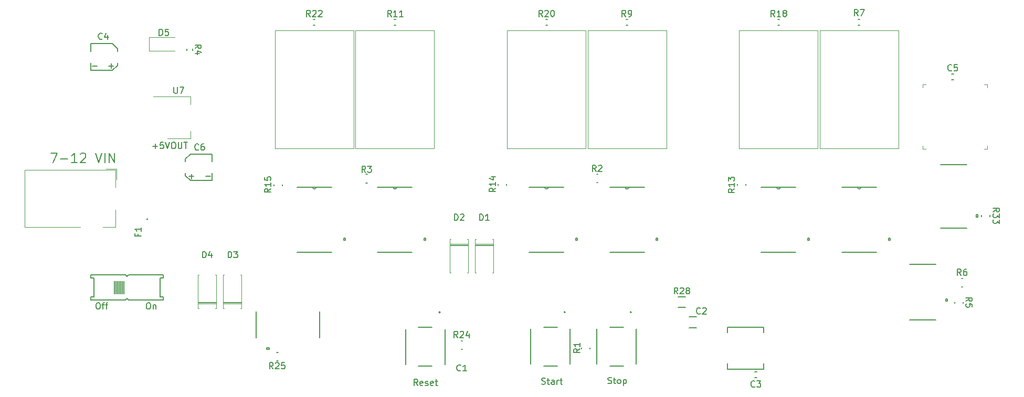
<source format=gbr>
G04 #@! TF.GenerationSoftware,KiCad,Pcbnew,(5.1.4)-1*
G04 #@! TF.CreationDate,2020-03-27T00:44:48-04:00*
G04 #@! TF.ProjectId,counter,636f756e-7465-4722-9e6b-696361645f70,v02*
G04 #@! TF.SameCoordinates,Original*
G04 #@! TF.FileFunction,Legend,Top*
G04 #@! TF.FilePolarity,Positive*
%FSLAX46Y46*%
G04 Gerber Fmt 4.6, Leading zero omitted, Abs format (unit mm)*
G04 Created by KiCad (PCBNEW (5.1.4)-1) date 2020-03-27 00:44:48*
%MOMM*%
%LPD*%
G04 APERTURE LIST*
%ADD10C,0.150000*%
%ADD11C,0.152400*%
%ADD12C,0.127000*%
%ADD13C,0.120000*%
%ADD14C,0.100000*%
%ADD15C,0.200000*%
G04 APERTURE END LIST*
D10*
X141373409Y-132433961D02*
X141516266Y-132481580D01*
X141754361Y-132481580D01*
X141849600Y-132433961D01*
X141897219Y-132386342D01*
X141944838Y-132291104D01*
X141944838Y-132195866D01*
X141897219Y-132100628D01*
X141849600Y-132053009D01*
X141754361Y-132005390D01*
X141563885Y-131957771D01*
X141468647Y-131910152D01*
X141421028Y-131862533D01*
X141373409Y-131767295D01*
X141373409Y-131672057D01*
X141421028Y-131576819D01*
X141468647Y-131529200D01*
X141563885Y-131481580D01*
X141801980Y-131481580D01*
X141944838Y-131529200D01*
X142230552Y-131814914D02*
X142611504Y-131814914D01*
X142373409Y-131481580D02*
X142373409Y-132338723D01*
X142421028Y-132433961D01*
X142516266Y-132481580D01*
X142611504Y-132481580D01*
X143087695Y-132481580D02*
X142992457Y-132433961D01*
X142944838Y-132386342D01*
X142897219Y-132291104D01*
X142897219Y-132005390D01*
X142944838Y-131910152D01*
X142992457Y-131862533D01*
X143087695Y-131814914D01*
X143230552Y-131814914D01*
X143325790Y-131862533D01*
X143373409Y-131910152D01*
X143421028Y-132005390D01*
X143421028Y-132291104D01*
X143373409Y-132386342D01*
X143325790Y-132433961D01*
X143230552Y-132481580D01*
X143087695Y-132481580D01*
X143849600Y-131814914D02*
X143849600Y-132814914D01*
X143849600Y-131862533D02*
X143944838Y-131814914D01*
X144135314Y-131814914D01*
X144230552Y-131862533D01*
X144278171Y-131910152D01*
X144325790Y-132005390D01*
X144325790Y-132291104D01*
X144278171Y-132386342D01*
X144230552Y-132433961D01*
X144135314Y-132481580D01*
X143944838Y-132481580D01*
X143849600Y-132433961D01*
X130664152Y-132535561D02*
X130807009Y-132583180D01*
X131045104Y-132583180D01*
X131140342Y-132535561D01*
X131187961Y-132487942D01*
X131235580Y-132392704D01*
X131235580Y-132297466D01*
X131187961Y-132202228D01*
X131140342Y-132154609D01*
X131045104Y-132106990D01*
X130854628Y-132059371D01*
X130759390Y-132011752D01*
X130711771Y-131964133D01*
X130664152Y-131868895D01*
X130664152Y-131773657D01*
X130711771Y-131678419D01*
X130759390Y-131630800D01*
X130854628Y-131583180D01*
X131092723Y-131583180D01*
X131235580Y-131630800D01*
X131521295Y-131916514D02*
X131902247Y-131916514D01*
X131664152Y-131583180D02*
X131664152Y-132440323D01*
X131711771Y-132535561D01*
X131807009Y-132583180D01*
X131902247Y-132583180D01*
X132664152Y-132583180D02*
X132664152Y-132059371D01*
X132616533Y-131964133D01*
X132521295Y-131916514D01*
X132330819Y-131916514D01*
X132235580Y-131964133D01*
X132664152Y-132535561D02*
X132568914Y-132583180D01*
X132330819Y-132583180D01*
X132235580Y-132535561D01*
X132187961Y-132440323D01*
X132187961Y-132345085D01*
X132235580Y-132249847D01*
X132330819Y-132202228D01*
X132568914Y-132202228D01*
X132664152Y-132154609D01*
X133140342Y-132583180D02*
X133140342Y-131916514D01*
X133140342Y-132106990D02*
X133187961Y-132011752D01*
X133235580Y-131964133D01*
X133330819Y-131916514D01*
X133426057Y-131916514D01*
X133616533Y-131916514D02*
X133997485Y-131916514D01*
X133759390Y-131583180D02*
X133759390Y-132440323D01*
X133807009Y-132535561D01*
X133902247Y-132583180D01*
X133997485Y-132583180D01*
X110674304Y-132786380D02*
X110340971Y-132310190D01*
X110102876Y-132786380D02*
X110102876Y-131786380D01*
X110483828Y-131786380D01*
X110579066Y-131834000D01*
X110626685Y-131881619D01*
X110674304Y-131976857D01*
X110674304Y-132119714D01*
X110626685Y-132214952D01*
X110579066Y-132262571D01*
X110483828Y-132310190D01*
X110102876Y-132310190D01*
X111483828Y-132738761D02*
X111388590Y-132786380D01*
X111198114Y-132786380D01*
X111102876Y-132738761D01*
X111055257Y-132643523D01*
X111055257Y-132262571D01*
X111102876Y-132167333D01*
X111198114Y-132119714D01*
X111388590Y-132119714D01*
X111483828Y-132167333D01*
X111531447Y-132262571D01*
X111531447Y-132357809D01*
X111055257Y-132453047D01*
X111912400Y-132738761D02*
X112007638Y-132786380D01*
X112198114Y-132786380D01*
X112293352Y-132738761D01*
X112340971Y-132643523D01*
X112340971Y-132595904D01*
X112293352Y-132500666D01*
X112198114Y-132453047D01*
X112055257Y-132453047D01*
X111960019Y-132405428D01*
X111912400Y-132310190D01*
X111912400Y-132262571D01*
X111960019Y-132167333D01*
X112055257Y-132119714D01*
X112198114Y-132119714D01*
X112293352Y-132167333D01*
X113150495Y-132738761D02*
X113055257Y-132786380D01*
X112864780Y-132786380D01*
X112769542Y-132738761D01*
X112721923Y-132643523D01*
X112721923Y-132262571D01*
X112769542Y-132167333D01*
X112864780Y-132119714D01*
X113055257Y-132119714D01*
X113150495Y-132167333D01*
X113198114Y-132262571D01*
X113198114Y-132357809D01*
X112721923Y-132453047D01*
X113483828Y-132119714D02*
X113864780Y-132119714D01*
X113626685Y-131786380D02*
X113626685Y-132643523D01*
X113674304Y-132738761D01*
X113769542Y-132786380D01*
X113864780Y-132786380D01*
X67948514Y-94153028D02*
X68710419Y-94153028D01*
X68329466Y-94533980D02*
X68329466Y-93772076D01*
X69662800Y-93533980D02*
X69186609Y-93533980D01*
X69138990Y-94010171D01*
X69186609Y-93962552D01*
X69281847Y-93914933D01*
X69519942Y-93914933D01*
X69615180Y-93962552D01*
X69662800Y-94010171D01*
X69710419Y-94105409D01*
X69710419Y-94343504D01*
X69662800Y-94438742D01*
X69615180Y-94486361D01*
X69519942Y-94533980D01*
X69281847Y-94533980D01*
X69186609Y-94486361D01*
X69138990Y-94438742D01*
X69996133Y-93533980D02*
X70329466Y-94533980D01*
X70662800Y-93533980D01*
X71186609Y-93533980D02*
X71377085Y-93533980D01*
X71472323Y-93581600D01*
X71567561Y-93676838D01*
X71615180Y-93867314D01*
X71615180Y-94200647D01*
X71567561Y-94391123D01*
X71472323Y-94486361D01*
X71377085Y-94533980D01*
X71186609Y-94533980D01*
X71091371Y-94486361D01*
X70996133Y-94391123D01*
X70948514Y-94200647D01*
X70948514Y-93867314D01*
X70996133Y-93676838D01*
X71091371Y-93581600D01*
X71186609Y-93533980D01*
X72043752Y-93533980D02*
X72043752Y-94343504D01*
X72091371Y-94438742D01*
X72138990Y-94486361D01*
X72234228Y-94533980D01*
X72424704Y-94533980D01*
X72519942Y-94486361D01*
X72567561Y-94438742D01*
X72615180Y-94343504D01*
X72615180Y-93533980D01*
X72948514Y-93533980D02*
X73519942Y-93533980D01*
X73234228Y-94533980D02*
X73234228Y-93533980D01*
X51491214Y-95266771D02*
X52491214Y-95266771D01*
X51848357Y-96766771D01*
X53062642Y-96195342D02*
X54205500Y-96195342D01*
X55705500Y-96766771D02*
X54848357Y-96766771D01*
X55276928Y-96766771D02*
X55276928Y-95266771D01*
X55134071Y-95481057D01*
X54991214Y-95623914D01*
X54848357Y-95695342D01*
X56276928Y-95409628D02*
X56348357Y-95338200D01*
X56491214Y-95266771D01*
X56848357Y-95266771D01*
X56991214Y-95338200D01*
X57062642Y-95409628D01*
X57134071Y-95552485D01*
X57134071Y-95695342D01*
X57062642Y-95909628D01*
X56205500Y-96766771D01*
X57134071Y-96766771D01*
X58705500Y-95266771D02*
X59205500Y-96766771D01*
X59705500Y-95266771D01*
X60205500Y-96766771D02*
X60205500Y-95266771D01*
X60919785Y-96766771D02*
X60919785Y-95266771D01*
X61776928Y-96766771D01*
X61776928Y-95266771D01*
X77215952Y-99013971D02*
X76454047Y-99013971D01*
X74548952Y-99013971D02*
X73787047Y-99013971D01*
X74168000Y-98633019D02*
X74168000Y-99394923D01*
X60833047Y-81199028D02*
X61594952Y-81199028D01*
X61214000Y-81579980D02*
X61214000Y-80818076D01*
X58166047Y-81199028D02*
X58927952Y-81199028D01*
X67143380Y-119441980D02*
X67333857Y-119441980D01*
X67429095Y-119489600D01*
X67524333Y-119584838D01*
X67571952Y-119775314D01*
X67571952Y-120108647D01*
X67524333Y-120299123D01*
X67429095Y-120394361D01*
X67333857Y-120441980D01*
X67143380Y-120441980D01*
X67048142Y-120394361D01*
X66952904Y-120299123D01*
X66905285Y-120108647D01*
X66905285Y-119775314D01*
X66952904Y-119584838D01*
X67048142Y-119489600D01*
X67143380Y-119441980D01*
X68000523Y-119775314D02*
X68000523Y-120441980D01*
X68000523Y-119870552D02*
X68048142Y-119822933D01*
X68143380Y-119775314D01*
X68286238Y-119775314D01*
X68381476Y-119822933D01*
X68429095Y-119918171D01*
X68429095Y-120441980D01*
X59023333Y-119441980D02*
X59213809Y-119441980D01*
X59309047Y-119489600D01*
X59404285Y-119584838D01*
X59451904Y-119775314D01*
X59451904Y-120108647D01*
X59404285Y-120299123D01*
X59309047Y-120394361D01*
X59213809Y-120441980D01*
X59023333Y-120441980D01*
X58928095Y-120394361D01*
X58832857Y-120299123D01*
X58785238Y-120108647D01*
X58785238Y-119775314D01*
X58832857Y-119584838D01*
X58928095Y-119489600D01*
X59023333Y-119441980D01*
X59737619Y-119775314D02*
X60118571Y-119775314D01*
X59880476Y-120441980D02*
X59880476Y-119584838D01*
X59928095Y-119489600D01*
X60023333Y-119441980D01*
X60118571Y-119441980D01*
X60309047Y-119775314D02*
X60690000Y-119775314D01*
X60451904Y-120441980D02*
X60451904Y-119584838D01*
X60499523Y-119489600D01*
X60594761Y-119441980D01*
X60690000Y-119441980D01*
D11*
X67132200Y-105930700D02*
G75*
G03X67132200Y-105930700I-76200J0D01*
G01*
D12*
X162261000Y-100430000D02*
X162261000Y-100230000D01*
X163621000Y-100430000D02*
X163621000Y-100230000D01*
X107120000Y-74648000D02*
X106880000Y-74648000D01*
X107120000Y-73688000D02*
X106880000Y-73688000D01*
D11*
X141648000Y-111245100D02*
X147236000Y-111245100D01*
X147236000Y-100754900D02*
X141648000Y-100754900D01*
X149407700Y-108984500D02*
X149407700Y-109365500D01*
X149407700Y-109365500D02*
X149153700Y-109365500D01*
X149153700Y-109365500D02*
X149153700Y-108984500D01*
X149153700Y-108984500D02*
X149407700Y-108984500D01*
X144137200Y-100754900D02*
G75*
G03X144746800Y-100754900I304800J0D01*
G01*
D13*
X113350000Y-75475000D02*
X113350000Y-94525000D01*
X100650000Y-75475000D02*
X100650000Y-94525000D01*
X100650000Y-94525000D02*
X113350000Y-94525000D01*
X113350000Y-75475000D02*
X100650000Y-75475000D01*
D12*
X87458000Y-100557000D02*
X87458000Y-100357000D01*
X88818000Y-100557000D02*
X88818000Y-100357000D01*
D11*
X190030100Y-122224800D02*
X194271900Y-122224800D01*
X194271900Y-113233200D02*
X190030100Y-113233200D01*
X196113400Y-118808500D02*
X196113400Y-119189500D01*
X196113400Y-119189500D02*
X195859400Y-119189500D01*
X195859400Y-119189500D02*
X195859400Y-118808500D01*
X195859400Y-118808500D02*
X196113400Y-118808500D01*
D12*
X154497000Y-121655000D02*
X155637000Y-121655000D01*
X154497000Y-123455000D02*
X155637000Y-123455000D01*
X165377000Y-130614000D02*
X165077000Y-130614000D01*
X165377000Y-131514000D02*
X165077000Y-131514000D01*
X62221000Y-78406000D02*
X61421000Y-77606000D01*
X62221000Y-78806000D02*
X62221000Y-78406000D01*
X57921000Y-77606000D02*
X61421000Y-77606000D01*
X57921000Y-78806000D02*
X57921000Y-77606000D01*
X62221000Y-81106000D02*
X61421000Y-81906000D01*
X62221000Y-80706000D02*
X62221000Y-81106000D01*
X57921000Y-81906000D02*
X61421000Y-81906000D01*
X57921000Y-80706000D02*
X57921000Y-81906000D01*
X197127000Y-83381000D02*
X196827000Y-83381000D01*
X197127000Y-82481000D02*
X196827000Y-82481000D01*
X77511800Y-96611400D02*
X77511800Y-95411400D01*
X77511800Y-95411400D02*
X74011800Y-95411400D01*
X73211800Y-96611400D02*
X73211800Y-96211400D01*
X73211800Y-96211400D02*
X74011800Y-95411400D01*
X77511800Y-98511400D02*
X77511800Y-99711400D01*
X77511800Y-99711400D02*
X74011800Y-99711400D01*
X73211800Y-98511400D02*
X73211800Y-98911400D01*
X73211800Y-98911400D02*
X74011800Y-99711400D01*
D13*
X71450000Y-76600900D02*
X67365000Y-76600900D01*
X67365000Y-76600900D02*
X67365000Y-78770900D01*
X67365000Y-78770900D02*
X71450000Y-78770900D01*
X56287000Y-107216000D02*
X47287000Y-107216000D01*
X47287000Y-107216000D02*
X47287000Y-98016000D01*
X47287000Y-98016000D02*
X61887000Y-98016000D01*
X61887000Y-98016000D02*
X61887000Y-100816000D01*
X61887000Y-104416000D02*
X61887000Y-107216000D01*
X61887000Y-107216000D02*
X59887000Y-107216000D01*
X60387000Y-97776000D02*
X62127000Y-97776000D01*
X62127000Y-97776000D02*
X62127000Y-99516000D01*
D11*
X181579200Y-100754900D02*
G75*
G03X182188800Y-100754900I304800J0D01*
G01*
X186595700Y-108984500D02*
X186849700Y-108984500D01*
X186595700Y-109365500D02*
X186595700Y-108984500D01*
X186849700Y-109365500D02*
X186595700Y-109365500D01*
X186849700Y-108984500D02*
X186849700Y-109365500D01*
X184678000Y-100754900D02*
X179090000Y-100754900D01*
X179090000Y-111245100D02*
X184678000Y-111245100D01*
X166090000Y-111245100D02*
X171678000Y-111245100D01*
X171678000Y-100754900D02*
X166090000Y-100754900D01*
X173849700Y-108984500D02*
X173849700Y-109365500D01*
X173849700Y-109365500D02*
X173595700Y-109365500D01*
X173595700Y-109365500D02*
X173595700Y-108984500D01*
X173595700Y-108984500D02*
X173849700Y-108984500D01*
X168579200Y-100754900D02*
G75*
G03X169188800Y-100754900I304800J0D01*
G01*
X106695200Y-100754900D02*
G75*
G03X107304800Y-100754900I304800J0D01*
G01*
X111711700Y-108984500D02*
X111965700Y-108984500D01*
X111711700Y-109365500D02*
X111711700Y-108984500D01*
X111965700Y-109365500D02*
X111711700Y-109365500D01*
X111965700Y-108984500D02*
X111965700Y-109365500D01*
X109794000Y-100754900D02*
X104206000Y-100754900D01*
X104206000Y-111245100D02*
X109794000Y-111245100D01*
X91206000Y-111245100D02*
X96794000Y-111245100D01*
X96794000Y-100754900D02*
X91206000Y-100754900D01*
X98965700Y-108984500D02*
X98965700Y-109365500D01*
X98965700Y-109365500D02*
X98711700Y-109365500D01*
X98711700Y-109365500D02*
X98711700Y-108984500D01*
X98711700Y-108984500D02*
X98965700Y-108984500D01*
X93695200Y-100754900D02*
G75*
G03X94304800Y-100754900I304800J0D01*
G01*
D12*
X137115000Y-126846000D02*
X137115000Y-126646000D01*
X138475000Y-126846000D02*
X138475000Y-126646000D01*
X139536500Y-99994000D02*
X139736500Y-99994000D01*
X139536500Y-98634000D02*
X139736500Y-98634000D01*
X102525500Y-98697500D02*
X102325500Y-98697500D01*
X102525500Y-100057500D02*
X102325500Y-100057500D01*
X74394000Y-78416800D02*
X74394000Y-78656800D01*
X73434000Y-78416800D02*
X73434000Y-78656800D01*
X197313000Y-119480000D02*
X197313000Y-119280000D01*
X198673000Y-119480000D02*
X198673000Y-119280000D01*
X198601000Y-115525000D02*
X198401000Y-115525000D01*
X198601000Y-116885000D02*
X198401000Y-116885000D01*
X182004000Y-73688000D02*
X181764000Y-73688000D01*
X182004000Y-74648000D02*
X181764000Y-74648000D01*
X144562000Y-74648000D02*
X144322000Y-74648000D01*
X144562000Y-73688000D02*
X144322000Y-73688000D01*
X123614900Y-100430000D02*
X123614900Y-100230000D01*
X124974900Y-100430000D02*
X124974900Y-100230000D01*
X169004000Y-74648000D02*
X168764000Y-74648000D01*
X169004000Y-73688000D02*
X168764000Y-73688000D01*
X131562000Y-73688000D02*
X131322000Y-73688000D01*
X131562000Y-74648000D02*
X131322000Y-74648000D01*
X94120000Y-73688000D02*
X93880000Y-73688000D01*
X94120000Y-74648000D02*
X93880000Y-74648000D01*
X117680000Y-125558000D02*
X117880000Y-125558000D01*
X117680000Y-126918000D02*
X117880000Y-126918000D01*
X88123700Y-127414740D02*
X87923700Y-127414740D01*
X88123700Y-128774740D02*
X87923700Y-128774740D01*
X153833600Y-120159200D02*
X152693600Y-120159200D01*
X153833600Y-118499200D02*
X152693600Y-118499200D01*
X201631000Y-105297500D02*
X201631000Y-105497500D01*
X202991000Y-105297500D02*
X202991000Y-105497500D01*
D11*
X131137200Y-100754900D02*
G75*
G03X131746800Y-100754900I304800J0D01*
G01*
X136153700Y-108984500D02*
X136407700Y-108984500D01*
X136153700Y-109365500D02*
X136153700Y-108984500D01*
X136407700Y-109365500D02*
X136153700Y-109365500D01*
X136407700Y-108984500D02*
X136407700Y-109365500D01*
X134236000Y-100754900D02*
X128648000Y-100754900D01*
X128648000Y-111245100D02*
X134236000Y-111245100D01*
X84574200Y-120865900D02*
X84574200Y-125107700D01*
X94835800Y-125107700D02*
X94835800Y-120865900D01*
X86720500Y-126949200D02*
X86339500Y-126949200D01*
X86339500Y-126949200D02*
X86339500Y-126695200D01*
X86339500Y-126695200D02*
X86720500Y-126695200D01*
X86720500Y-126695200D02*
X86720500Y-126949200D01*
X194983100Y-107365800D02*
X199224900Y-107365800D01*
X199224900Y-97104200D02*
X194983100Y-97104200D01*
X201066400Y-105219500D02*
X201066400Y-105600500D01*
X201066400Y-105600500D02*
X200812400Y-105600500D01*
X200812400Y-105600500D02*
X200812400Y-105219500D01*
X200812400Y-105219500D02*
X201066400Y-105219500D01*
X160655000Y-130124200D02*
X166497000Y-130124200D01*
X166497000Y-130124200D02*
X166497000Y-129263140D01*
X166497000Y-123367800D02*
X160655000Y-123367800D01*
X160655000Y-123367800D02*
X160655000Y-124228860D01*
X160655000Y-129263140D02*
X160655000Y-130124200D01*
X166497000Y-124228860D02*
X166497000Y-123367800D01*
D13*
X74046000Y-92945000D02*
X74046000Y-91685000D01*
X74046000Y-86125000D02*
X74046000Y-87385000D01*
X70286000Y-92945000D02*
X74046000Y-92945000D01*
X68036000Y-86125000D02*
X74046000Y-86125000D01*
D14*
X202538000Y-94598000D02*
X202538000Y-94098000D01*
X202538000Y-94598000D02*
X202038000Y-94598000D01*
X192168000Y-94588000D02*
X192668000Y-94588000D01*
X192168000Y-94588000D02*
X192168000Y-94088000D01*
X192148000Y-84198000D02*
X192148000Y-84698000D01*
X192148000Y-84198000D02*
X192648000Y-84198000D01*
X202548000Y-84198000D02*
X202548000Y-84698000D01*
X202548000Y-84198000D02*
X202048000Y-84198000D01*
D13*
X122882000Y-109947000D02*
X119942000Y-109947000D01*
X122882000Y-110187000D02*
X119942000Y-110187000D01*
X122882000Y-110067000D02*
X119942000Y-110067000D01*
X119942000Y-114607000D02*
X120072000Y-114607000D01*
X119942000Y-109167000D02*
X119942000Y-114607000D01*
X120072000Y-109167000D02*
X119942000Y-109167000D01*
X122882000Y-114607000D02*
X122752000Y-114607000D01*
X122882000Y-109167000D02*
X122882000Y-114607000D01*
X122752000Y-109167000D02*
X122882000Y-109167000D01*
X118688000Y-109167000D02*
X118818000Y-109167000D01*
X118818000Y-109167000D02*
X118818000Y-114607000D01*
X118818000Y-114607000D02*
X118688000Y-114607000D01*
X116008000Y-109167000D02*
X115878000Y-109167000D01*
X115878000Y-109167000D02*
X115878000Y-114607000D01*
X115878000Y-114607000D02*
X116008000Y-114607000D01*
X118818000Y-110067000D02*
X115878000Y-110067000D01*
X118818000Y-110187000D02*
X115878000Y-110187000D01*
X118818000Y-109947000D02*
X115878000Y-109947000D01*
X79302000Y-119542000D02*
X82242000Y-119542000D01*
X79302000Y-119302000D02*
X82242000Y-119302000D01*
X79302000Y-119422000D02*
X82242000Y-119422000D01*
X82242000Y-114882000D02*
X82112000Y-114882000D01*
X82242000Y-120322000D02*
X82242000Y-114882000D01*
X82112000Y-120322000D02*
X82242000Y-120322000D01*
X79302000Y-114882000D02*
X79432000Y-114882000D01*
X79302000Y-120322000D02*
X79302000Y-114882000D01*
X79432000Y-120322000D02*
X79302000Y-120322000D01*
X75368000Y-120322000D02*
X75238000Y-120322000D01*
X75238000Y-120322000D02*
X75238000Y-114882000D01*
X75238000Y-114882000D02*
X75368000Y-114882000D01*
X78048000Y-120322000D02*
X78178000Y-120322000D01*
X78178000Y-120322000D02*
X78178000Y-114882000D01*
X78178000Y-114882000D02*
X78048000Y-114882000D01*
X75238000Y-119422000D02*
X78178000Y-119422000D01*
X75238000Y-119302000D02*
X78178000Y-119302000D01*
X75238000Y-119542000D02*
X78178000Y-119542000D01*
X100350000Y-75475000D02*
X100350000Y-94525000D01*
X87650000Y-75475000D02*
X87650000Y-94525000D01*
X87650000Y-94525000D02*
X100350000Y-94525000D01*
X100350000Y-75475000D02*
X87650000Y-75475000D01*
X188234000Y-75475000D02*
X188234000Y-94525000D01*
X175534000Y-75475000D02*
X175534000Y-94525000D01*
X175534000Y-94525000D02*
X188234000Y-94525000D01*
X188234000Y-75475000D02*
X175534000Y-75475000D01*
X175234000Y-75475000D02*
X162534000Y-75475000D01*
X162534000Y-94525000D02*
X175234000Y-94525000D01*
X162534000Y-75475000D02*
X162534000Y-94525000D01*
X175234000Y-75475000D02*
X175234000Y-94525000D01*
X150792000Y-75475000D02*
X150792000Y-94525000D01*
X138092000Y-75475000D02*
X138092000Y-94525000D01*
X138092000Y-94525000D02*
X150792000Y-94525000D01*
X150792000Y-75475000D02*
X138092000Y-75475000D01*
X137792000Y-75475000D02*
X125092000Y-75475000D01*
X125092000Y-94525000D02*
X137792000Y-94525000D01*
X125092000Y-75475000D02*
X125092000Y-94525000D01*
X137792000Y-75475000D02*
X137792000Y-94525000D01*
D12*
X57912000Y-114935000D02*
X63500000Y-114935000D01*
X63500000Y-114935000D02*
X63754000Y-115189000D01*
X63754000Y-115189000D02*
X64008000Y-114935000D01*
X64008000Y-114935000D02*
X69596000Y-114935000D01*
X69596000Y-114935000D02*
X69596000Y-115443000D01*
X69596000Y-115443000D02*
X69088000Y-115443000D01*
X69088000Y-115443000D02*
X69088000Y-118491000D01*
X69088000Y-118491000D02*
X69596000Y-118491000D01*
X69596000Y-118491000D02*
X69596000Y-118999000D01*
X69596000Y-118999000D02*
X64008000Y-118999000D01*
X64008000Y-118999000D02*
X63754000Y-118745000D01*
X63754000Y-118745000D02*
X63500000Y-118999000D01*
X63500000Y-118999000D02*
X57912000Y-118999000D01*
X57912000Y-118999000D02*
X57912000Y-118491000D01*
X57912000Y-118491000D02*
X58420000Y-118491000D01*
X58420000Y-118491000D02*
X58420000Y-115443000D01*
X58420000Y-115443000D02*
X57912000Y-115443000D01*
X57912000Y-115443000D02*
X57912000Y-114935000D01*
X61722000Y-115951000D02*
X61722000Y-117983000D01*
X61976000Y-117983000D02*
X61976000Y-115951000D01*
X62230000Y-115951000D02*
X62230000Y-117983000D01*
X62484000Y-117983000D02*
X62484000Y-115951000D01*
X62738000Y-115951000D02*
X62738000Y-117983000D01*
X62992000Y-117983000D02*
X62992000Y-115951000D01*
X63246000Y-115951000D02*
X63246000Y-117983000D01*
X145898000Y-123642000D02*
X145898000Y-129342000D01*
X139598000Y-123642000D02*
X139598000Y-129342000D01*
X143848000Y-129642000D02*
X141648000Y-129642000D01*
X141648000Y-123342000D02*
X143848000Y-123342000D01*
D15*
X145148000Y-120942000D02*
G75*
G03X145148000Y-120942000I-100000J0D01*
G01*
X134480000Y-120942000D02*
G75*
G03X134480000Y-120942000I-100000J0D01*
G01*
D12*
X130980000Y-123342000D02*
X133180000Y-123342000D01*
X133180000Y-129642000D02*
X130980000Y-129642000D01*
X128930000Y-123642000D02*
X128930000Y-129342000D01*
X135230000Y-123642000D02*
X135230000Y-129342000D01*
X115049700Y-123680100D02*
X115049700Y-129380100D01*
X108749700Y-123680100D02*
X108749700Y-129380100D01*
X112999700Y-129680100D02*
X110799700Y-129680100D01*
X110799700Y-123380100D02*
X112999700Y-123380100D01*
D15*
X114299700Y-120980100D02*
G75*
G03X114299700Y-120980100I-100000J0D01*
G01*
D10*
X65562171Y-108334133D02*
X65562171Y-108667466D01*
X66085980Y-108667466D02*
X65085980Y-108667466D01*
X65085980Y-108191276D01*
X66085980Y-107286514D02*
X66085980Y-107857942D01*
X66085980Y-107572228D02*
X65085980Y-107572228D01*
X65228838Y-107667466D01*
X65324076Y-107762704D01*
X65371695Y-107857942D01*
X161767780Y-101049057D02*
X161291590Y-101382390D01*
X161767780Y-101620485D02*
X160767780Y-101620485D01*
X160767780Y-101239533D01*
X160815400Y-101144295D01*
X160863019Y-101096676D01*
X160958257Y-101049057D01*
X161101114Y-101049057D01*
X161196352Y-101096676D01*
X161243971Y-101144295D01*
X161291590Y-101239533D01*
X161291590Y-101620485D01*
X161767780Y-100096676D02*
X161767780Y-100668104D01*
X161767780Y-100382390D02*
X160767780Y-100382390D01*
X160910638Y-100477628D01*
X161005876Y-100572866D01*
X161053495Y-100668104D01*
X160767780Y-99763342D02*
X160767780Y-99144295D01*
X161148733Y-99477628D01*
X161148733Y-99334771D01*
X161196352Y-99239533D01*
X161243971Y-99191914D01*
X161339209Y-99144295D01*
X161577304Y-99144295D01*
X161672542Y-99191914D01*
X161720161Y-99239533D01*
X161767780Y-99334771D01*
X161767780Y-99620485D01*
X161720161Y-99715723D01*
X161672542Y-99763342D01*
X106418142Y-73223380D02*
X106084809Y-72747190D01*
X105846714Y-73223380D02*
X105846714Y-72223380D01*
X106227666Y-72223380D01*
X106322904Y-72271000D01*
X106370523Y-72318619D01*
X106418142Y-72413857D01*
X106418142Y-72556714D01*
X106370523Y-72651952D01*
X106322904Y-72699571D01*
X106227666Y-72747190D01*
X105846714Y-72747190D01*
X107370523Y-73223380D02*
X106799095Y-73223380D01*
X107084809Y-73223380D02*
X107084809Y-72223380D01*
X106989571Y-72366238D01*
X106894333Y-72461476D01*
X106799095Y-72509095D01*
X108322904Y-73223380D02*
X107751476Y-73223380D01*
X108037190Y-73223380D02*
X108037190Y-72223380D01*
X107941952Y-72366238D01*
X107846714Y-72461476D01*
X107751476Y-72509095D01*
X86964780Y-100998257D02*
X86488590Y-101331590D01*
X86964780Y-101569685D02*
X85964780Y-101569685D01*
X85964780Y-101188733D01*
X86012400Y-101093495D01*
X86060019Y-101045876D01*
X86155257Y-100998257D01*
X86298114Y-100998257D01*
X86393352Y-101045876D01*
X86440971Y-101093495D01*
X86488590Y-101188733D01*
X86488590Y-101569685D01*
X86964780Y-100045876D02*
X86964780Y-100617304D01*
X86964780Y-100331590D02*
X85964780Y-100331590D01*
X86107638Y-100426828D01*
X86202876Y-100522066D01*
X86250495Y-100617304D01*
X85964780Y-99141114D02*
X85964780Y-99617304D01*
X86440971Y-99664923D01*
X86393352Y-99617304D01*
X86345733Y-99522066D01*
X86345733Y-99283971D01*
X86393352Y-99188733D01*
X86440971Y-99141114D01*
X86536209Y-99093495D01*
X86774304Y-99093495D01*
X86869542Y-99141114D01*
X86917161Y-99188733D01*
X86964780Y-99283971D01*
X86964780Y-99522066D01*
X86917161Y-99617304D01*
X86869542Y-99664923D01*
X117613133Y-130354342D02*
X117565514Y-130401961D01*
X117422657Y-130449580D01*
X117327419Y-130449580D01*
X117184561Y-130401961D01*
X117089323Y-130306723D01*
X117041704Y-130211485D01*
X116994085Y-130021009D01*
X116994085Y-129878152D01*
X117041704Y-129687676D01*
X117089323Y-129592438D01*
X117184561Y-129497200D01*
X117327419Y-129449580D01*
X117422657Y-129449580D01*
X117565514Y-129497200D01*
X117613133Y-129544819D01*
X118565514Y-130449580D02*
X117994085Y-130449580D01*
X118279800Y-130449580D02*
X118279800Y-129449580D01*
X118184561Y-129592438D01*
X118089323Y-129687676D01*
X117994085Y-129735295D01*
X156271933Y-121134142D02*
X156224314Y-121181761D01*
X156081457Y-121229380D01*
X155986219Y-121229380D01*
X155843361Y-121181761D01*
X155748123Y-121086523D01*
X155700504Y-120991285D01*
X155652885Y-120800809D01*
X155652885Y-120657952D01*
X155700504Y-120467476D01*
X155748123Y-120372238D01*
X155843361Y-120277000D01*
X155986219Y-120229380D01*
X156081457Y-120229380D01*
X156224314Y-120277000D01*
X156271933Y-120324619D01*
X156652885Y-120324619D02*
X156700504Y-120277000D01*
X156795742Y-120229380D01*
X157033838Y-120229380D01*
X157129076Y-120277000D01*
X157176695Y-120324619D01*
X157224314Y-120419857D01*
X157224314Y-120515095D01*
X157176695Y-120657952D01*
X156605266Y-121229380D01*
X157224314Y-121229380D01*
X165060333Y-132945142D02*
X165012714Y-132992761D01*
X164869857Y-133040380D01*
X164774619Y-133040380D01*
X164631761Y-132992761D01*
X164536523Y-132897523D01*
X164488904Y-132802285D01*
X164441285Y-132611809D01*
X164441285Y-132468952D01*
X164488904Y-132278476D01*
X164536523Y-132183238D01*
X164631761Y-132088000D01*
X164774619Y-132040380D01*
X164869857Y-132040380D01*
X165012714Y-132088000D01*
X165060333Y-132135619D01*
X165393666Y-132040380D02*
X166012714Y-132040380D01*
X165679380Y-132421333D01*
X165822238Y-132421333D01*
X165917476Y-132468952D01*
X165965095Y-132516571D01*
X166012714Y-132611809D01*
X166012714Y-132849904D01*
X165965095Y-132945142D01*
X165917476Y-132992761D01*
X165822238Y-133040380D01*
X165536523Y-133040380D01*
X165441285Y-132992761D01*
X165393666Y-132945142D01*
X59777333Y-76811142D02*
X59729714Y-76858761D01*
X59586857Y-76906380D01*
X59491619Y-76906380D01*
X59348761Y-76858761D01*
X59253523Y-76763523D01*
X59205904Y-76668285D01*
X59158285Y-76477809D01*
X59158285Y-76334952D01*
X59205904Y-76144476D01*
X59253523Y-76049238D01*
X59348761Y-75954000D01*
X59491619Y-75906380D01*
X59586857Y-75906380D01*
X59729714Y-75954000D01*
X59777333Y-76001619D01*
X60634476Y-76239714D02*
X60634476Y-76906380D01*
X60396380Y-75858761D02*
X60158285Y-76573047D01*
X60777333Y-76573047D01*
X196810333Y-81891142D02*
X196762714Y-81938761D01*
X196619857Y-81986380D01*
X196524619Y-81986380D01*
X196381761Y-81938761D01*
X196286523Y-81843523D01*
X196238904Y-81748285D01*
X196191285Y-81557809D01*
X196191285Y-81414952D01*
X196238904Y-81224476D01*
X196286523Y-81129238D01*
X196381761Y-81034000D01*
X196524619Y-80986380D01*
X196619857Y-80986380D01*
X196762714Y-81034000D01*
X196810333Y-81081619D01*
X197715095Y-80986380D02*
X197238904Y-80986380D01*
X197191285Y-81462571D01*
X197238904Y-81414952D01*
X197334142Y-81367333D01*
X197572238Y-81367333D01*
X197667476Y-81414952D01*
X197715095Y-81462571D01*
X197762714Y-81557809D01*
X197762714Y-81795904D01*
X197715095Y-81891142D01*
X197667476Y-81938761D01*
X197572238Y-81986380D01*
X197334142Y-81986380D01*
X197238904Y-81938761D01*
X197191285Y-81891142D01*
X75322133Y-94692742D02*
X75274514Y-94740361D01*
X75131657Y-94787980D01*
X75036419Y-94787980D01*
X74893561Y-94740361D01*
X74798323Y-94645123D01*
X74750704Y-94549885D01*
X74703085Y-94359409D01*
X74703085Y-94216552D01*
X74750704Y-94026076D01*
X74798323Y-93930838D01*
X74893561Y-93835600D01*
X75036419Y-93787980D01*
X75131657Y-93787980D01*
X75274514Y-93835600D01*
X75322133Y-93883219D01*
X76179276Y-93787980D02*
X75988800Y-93787980D01*
X75893561Y-93835600D01*
X75845942Y-93883219D01*
X75750704Y-94026076D01*
X75703085Y-94216552D01*
X75703085Y-94597504D01*
X75750704Y-94692742D01*
X75798323Y-94740361D01*
X75893561Y-94787980D01*
X76084038Y-94787980D01*
X76179276Y-94740361D01*
X76226895Y-94692742D01*
X76274514Y-94597504D01*
X76274514Y-94359409D01*
X76226895Y-94264171D01*
X76179276Y-94216552D01*
X76084038Y-94168933D01*
X75893561Y-94168933D01*
X75798323Y-94216552D01*
X75750704Y-94264171D01*
X75703085Y-94359409D01*
X68984904Y-76271380D02*
X68984904Y-75271380D01*
X69223000Y-75271380D01*
X69365857Y-75319000D01*
X69461095Y-75414238D01*
X69508714Y-75509476D01*
X69556333Y-75699952D01*
X69556333Y-75842809D01*
X69508714Y-76033285D01*
X69461095Y-76128523D01*
X69365857Y-76223761D01*
X69223000Y-76271380D01*
X68984904Y-76271380D01*
X70461095Y-75271380D02*
X69984904Y-75271380D01*
X69937285Y-75747571D01*
X69984904Y-75699952D01*
X70080142Y-75652333D01*
X70318238Y-75652333D01*
X70413476Y-75699952D01*
X70461095Y-75747571D01*
X70508714Y-75842809D01*
X70508714Y-76080904D01*
X70461095Y-76176142D01*
X70413476Y-76223761D01*
X70318238Y-76271380D01*
X70080142Y-76271380D01*
X69984904Y-76223761D01*
X69937285Y-76176142D01*
X136824980Y-126861866D02*
X136348790Y-127195200D01*
X136824980Y-127433295D02*
X135824980Y-127433295D01*
X135824980Y-127052342D01*
X135872600Y-126957104D01*
X135920219Y-126909485D01*
X136015457Y-126861866D01*
X136158314Y-126861866D01*
X136253552Y-126909485D01*
X136301171Y-126957104D01*
X136348790Y-127052342D01*
X136348790Y-127433295D01*
X136824980Y-125909485D02*
X136824980Y-126480914D01*
X136824980Y-126195200D02*
X135824980Y-126195200D01*
X135967838Y-126290438D01*
X136063076Y-126385676D01*
X136110695Y-126480914D01*
X139431733Y-98242380D02*
X139098400Y-97766190D01*
X138860304Y-98242380D02*
X138860304Y-97242380D01*
X139241257Y-97242380D01*
X139336495Y-97290000D01*
X139384114Y-97337619D01*
X139431733Y-97432857D01*
X139431733Y-97575714D01*
X139384114Y-97670952D01*
X139336495Y-97718571D01*
X139241257Y-97766190D01*
X138860304Y-97766190D01*
X139812685Y-97337619D02*
X139860304Y-97290000D01*
X139955542Y-97242380D01*
X140193638Y-97242380D01*
X140288876Y-97290000D01*
X140336495Y-97337619D01*
X140384114Y-97432857D01*
X140384114Y-97528095D01*
X140336495Y-97670952D01*
X139765066Y-98242380D01*
X140384114Y-98242380D01*
X102258833Y-98369380D02*
X101925500Y-97893190D01*
X101687404Y-98369380D02*
X101687404Y-97369380D01*
X102068357Y-97369380D01*
X102163595Y-97417000D01*
X102211214Y-97464619D01*
X102258833Y-97559857D01*
X102258833Y-97702714D01*
X102211214Y-97797952D01*
X102163595Y-97845571D01*
X102068357Y-97893190D01*
X101687404Y-97893190D01*
X102592166Y-97369380D02*
X103211214Y-97369380D01*
X102877880Y-97750333D01*
X103020738Y-97750333D01*
X103115976Y-97797952D01*
X103163595Y-97845571D01*
X103211214Y-97940809D01*
X103211214Y-98178904D01*
X103163595Y-98274142D01*
X103115976Y-98321761D01*
X103020738Y-98369380D01*
X102735023Y-98369380D01*
X102639785Y-98321761D01*
X102592166Y-98274142D01*
X74757019Y-78370133D02*
X75233209Y-78036800D01*
X74757019Y-77798704D02*
X75757019Y-77798704D01*
X75757019Y-78179657D01*
X75709400Y-78274895D01*
X75661780Y-78322514D01*
X75566542Y-78370133D01*
X75423685Y-78370133D01*
X75328447Y-78322514D01*
X75280828Y-78274895D01*
X75233209Y-78179657D01*
X75233209Y-77798704D01*
X75423685Y-79227276D02*
X74757019Y-79227276D01*
X75804638Y-78989180D02*
X75090352Y-78751085D01*
X75090352Y-79370133D01*
X199115419Y-119187933D02*
X199591609Y-118854600D01*
X199115419Y-118616504D02*
X200115419Y-118616504D01*
X200115419Y-118997457D01*
X200067800Y-119092695D01*
X200020180Y-119140314D01*
X199924942Y-119187933D01*
X199782085Y-119187933D01*
X199686847Y-119140314D01*
X199639228Y-119092695D01*
X199591609Y-118997457D01*
X199591609Y-118616504D01*
X200115419Y-120092695D02*
X200115419Y-119616504D01*
X199639228Y-119568885D01*
X199686847Y-119616504D01*
X199734466Y-119711742D01*
X199734466Y-119949838D01*
X199686847Y-120045076D01*
X199639228Y-120092695D01*
X199543990Y-120140314D01*
X199305895Y-120140314D01*
X199210657Y-120092695D01*
X199163038Y-120045076D01*
X199115419Y-119949838D01*
X199115419Y-119711742D01*
X199163038Y-119616504D01*
X199210657Y-119568885D01*
X198334333Y-115006380D02*
X198001000Y-114530190D01*
X197762904Y-115006380D02*
X197762904Y-114006380D01*
X198143857Y-114006380D01*
X198239095Y-114054000D01*
X198286714Y-114101619D01*
X198334333Y-114196857D01*
X198334333Y-114339714D01*
X198286714Y-114434952D01*
X198239095Y-114482571D01*
X198143857Y-114530190D01*
X197762904Y-114530190D01*
X199191476Y-114006380D02*
X199001000Y-114006380D01*
X198905761Y-114054000D01*
X198858142Y-114101619D01*
X198762904Y-114244476D01*
X198715285Y-114434952D01*
X198715285Y-114815904D01*
X198762904Y-114911142D01*
X198810523Y-114958761D01*
X198905761Y-115006380D01*
X199096238Y-115006380D01*
X199191476Y-114958761D01*
X199239095Y-114911142D01*
X199286714Y-114815904D01*
X199286714Y-114577809D01*
X199239095Y-114482571D01*
X199191476Y-114434952D01*
X199096238Y-114387333D01*
X198905761Y-114387333D01*
X198810523Y-114434952D01*
X198762904Y-114482571D01*
X198715285Y-114577809D01*
X181697333Y-73096380D02*
X181364000Y-72620190D01*
X181125904Y-73096380D02*
X181125904Y-72096380D01*
X181506857Y-72096380D01*
X181602095Y-72144000D01*
X181649714Y-72191619D01*
X181697333Y-72286857D01*
X181697333Y-72429714D01*
X181649714Y-72524952D01*
X181602095Y-72572571D01*
X181506857Y-72620190D01*
X181125904Y-72620190D01*
X182030666Y-72096380D02*
X182697333Y-72096380D01*
X182268761Y-73096380D01*
X144232333Y-73223380D02*
X143899000Y-72747190D01*
X143660904Y-73223380D02*
X143660904Y-72223380D01*
X144041857Y-72223380D01*
X144137095Y-72271000D01*
X144184714Y-72318619D01*
X144232333Y-72413857D01*
X144232333Y-72556714D01*
X144184714Y-72651952D01*
X144137095Y-72699571D01*
X144041857Y-72747190D01*
X143660904Y-72747190D01*
X144708523Y-73223380D02*
X144899000Y-73223380D01*
X144994238Y-73175761D01*
X145041857Y-73128142D01*
X145137095Y-72985285D01*
X145184714Y-72794809D01*
X145184714Y-72413857D01*
X145137095Y-72318619D01*
X145089476Y-72271000D01*
X144994238Y-72223380D01*
X144803761Y-72223380D01*
X144708523Y-72271000D01*
X144660904Y-72318619D01*
X144613285Y-72413857D01*
X144613285Y-72651952D01*
X144660904Y-72747190D01*
X144708523Y-72794809D01*
X144803761Y-72842428D01*
X144994238Y-72842428D01*
X145089476Y-72794809D01*
X145137095Y-72747190D01*
X145184714Y-72651952D01*
X123235980Y-100922057D02*
X122759790Y-101255390D01*
X123235980Y-101493485D02*
X122235980Y-101493485D01*
X122235980Y-101112533D01*
X122283600Y-101017295D01*
X122331219Y-100969676D01*
X122426457Y-100922057D01*
X122569314Y-100922057D01*
X122664552Y-100969676D01*
X122712171Y-101017295D01*
X122759790Y-101112533D01*
X122759790Y-101493485D01*
X123235980Y-99969676D02*
X123235980Y-100541104D01*
X123235980Y-100255390D02*
X122235980Y-100255390D01*
X122378838Y-100350628D01*
X122474076Y-100445866D01*
X122521695Y-100541104D01*
X122569314Y-99112533D02*
X123235980Y-99112533D01*
X122188361Y-99350628D02*
X122902647Y-99588723D01*
X122902647Y-98969676D01*
X168267142Y-73223380D02*
X167933809Y-72747190D01*
X167695714Y-73223380D02*
X167695714Y-72223380D01*
X168076666Y-72223380D01*
X168171904Y-72271000D01*
X168219523Y-72318619D01*
X168267142Y-72413857D01*
X168267142Y-72556714D01*
X168219523Y-72651952D01*
X168171904Y-72699571D01*
X168076666Y-72747190D01*
X167695714Y-72747190D01*
X169219523Y-73223380D02*
X168648095Y-73223380D01*
X168933809Y-73223380D02*
X168933809Y-72223380D01*
X168838571Y-72366238D01*
X168743333Y-72461476D01*
X168648095Y-72509095D01*
X169790952Y-72651952D02*
X169695714Y-72604333D01*
X169648095Y-72556714D01*
X169600476Y-72461476D01*
X169600476Y-72413857D01*
X169648095Y-72318619D01*
X169695714Y-72271000D01*
X169790952Y-72223380D01*
X169981428Y-72223380D01*
X170076666Y-72271000D01*
X170124285Y-72318619D01*
X170171904Y-72413857D01*
X170171904Y-72461476D01*
X170124285Y-72556714D01*
X170076666Y-72604333D01*
X169981428Y-72651952D01*
X169790952Y-72651952D01*
X169695714Y-72699571D01*
X169648095Y-72747190D01*
X169600476Y-72842428D01*
X169600476Y-73032904D01*
X169648095Y-73128142D01*
X169695714Y-73175761D01*
X169790952Y-73223380D01*
X169981428Y-73223380D01*
X170076666Y-73175761D01*
X170124285Y-73128142D01*
X170171904Y-73032904D01*
X170171904Y-72842428D01*
X170124285Y-72747190D01*
X170076666Y-72699571D01*
X169981428Y-72651952D01*
X130802142Y-73223380D02*
X130468809Y-72747190D01*
X130230714Y-73223380D02*
X130230714Y-72223380D01*
X130611666Y-72223380D01*
X130706904Y-72271000D01*
X130754523Y-72318619D01*
X130802142Y-72413857D01*
X130802142Y-72556714D01*
X130754523Y-72651952D01*
X130706904Y-72699571D01*
X130611666Y-72747190D01*
X130230714Y-72747190D01*
X131183095Y-72318619D02*
X131230714Y-72271000D01*
X131325952Y-72223380D01*
X131564047Y-72223380D01*
X131659285Y-72271000D01*
X131706904Y-72318619D01*
X131754523Y-72413857D01*
X131754523Y-72509095D01*
X131706904Y-72651952D01*
X131135476Y-73223380D01*
X131754523Y-73223380D01*
X132373571Y-72223380D02*
X132468809Y-72223380D01*
X132564047Y-72271000D01*
X132611666Y-72318619D01*
X132659285Y-72413857D01*
X132706904Y-72604333D01*
X132706904Y-72842428D01*
X132659285Y-73032904D01*
X132611666Y-73128142D01*
X132564047Y-73175761D01*
X132468809Y-73223380D01*
X132373571Y-73223380D01*
X132278333Y-73175761D01*
X132230714Y-73128142D01*
X132183095Y-73032904D01*
X132135476Y-72842428D01*
X132135476Y-72604333D01*
X132183095Y-72413857D01*
X132230714Y-72318619D01*
X132278333Y-72271000D01*
X132373571Y-72223380D01*
X93337142Y-73223380D02*
X93003809Y-72747190D01*
X92765714Y-73223380D02*
X92765714Y-72223380D01*
X93146666Y-72223380D01*
X93241904Y-72271000D01*
X93289523Y-72318619D01*
X93337142Y-72413857D01*
X93337142Y-72556714D01*
X93289523Y-72651952D01*
X93241904Y-72699571D01*
X93146666Y-72747190D01*
X92765714Y-72747190D01*
X93718095Y-72318619D02*
X93765714Y-72271000D01*
X93860952Y-72223380D01*
X94099047Y-72223380D01*
X94194285Y-72271000D01*
X94241904Y-72318619D01*
X94289523Y-72413857D01*
X94289523Y-72509095D01*
X94241904Y-72651952D01*
X93670476Y-73223380D01*
X94289523Y-73223380D01*
X94670476Y-72318619D02*
X94718095Y-72271000D01*
X94813333Y-72223380D01*
X95051428Y-72223380D01*
X95146666Y-72271000D01*
X95194285Y-72318619D01*
X95241904Y-72413857D01*
X95241904Y-72509095D01*
X95194285Y-72651952D01*
X94622857Y-73223380D01*
X95241904Y-73223380D01*
X117137142Y-125039380D02*
X116803809Y-124563190D01*
X116565714Y-125039380D02*
X116565714Y-124039380D01*
X116946666Y-124039380D01*
X117041904Y-124087000D01*
X117089523Y-124134619D01*
X117137142Y-124229857D01*
X117137142Y-124372714D01*
X117089523Y-124467952D01*
X117041904Y-124515571D01*
X116946666Y-124563190D01*
X116565714Y-124563190D01*
X117518095Y-124134619D02*
X117565714Y-124087000D01*
X117660952Y-124039380D01*
X117899047Y-124039380D01*
X117994285Y-124087000D01*
X118041904Y-124134619D01*
X118089523Y-124229857D01*
X118089523Y-124325095D01*
X118041904Y-124467952D01*
X117470476Y-125039380D01*
X118089523Y-125039380D01*
X118946666Y-124372714D02*
X118946666Y-125039380D01*
X118708571Y-123991761D02*
X118470476Y-124706047D01*
X119089523Y-124706047D01*
X87342742Y-130093980D02*
X87009409Y-129617790D01*
X86771314Y-130093980D02*
X86771314Y-129093980D01*
X87152266Y-129093980D01*
X87247504Y-129141600D01*
X87295123Y-129189219D01*
X87342742Y-129284457D01*
X87342742Y-129427314D01*
X87295123Y-129522552D01*
X87247504Y-129570171D01*
X87152266Y-129617790D01*
X86771314Y-129617790D01*
X87723695Y-129189219D02*
X87771314Y-129141600D01*
X87866552Y-129093980D01*
X88104647Y-129093980D01*
X88199885Y-129141600D01*
X88247504Y-129189219D01*
X88295123Y-129284457D01*
X88295123Y-129379695D01*
X88247504Y-129522552D01*
X87676076Y-130093980D01*
X88295123Y-130093980D01*
X89199885Y-129093980D02*
X88723695Y-129093980D01*
X88676076Y-129570171D01*
X88723695Y-129522552D01*
X88818933Y-129474933D01*
X89057028Y-129474933D01*
X89152266Y-129522552D01*
X89199885Y-129570171D01*
X89247504Y-129665409D01*
X89247504Y-129903504D01*
X89199885Y-129998742D01*
X89152266Y-130046361D01*
X89057028Y-130093980D01*
X88818933Y-130093980D01*
X88723695Y-130046361D01*
X88676076Y-129998742D01*
X152618942Y-118003580D02*
X152285609Y-117527390D01*
X152047514Y-118003580D02*
X152047514Y-117003580D01*
X152428466Y-117003580D01*
X152523704Y-117051200D01*
X152571323Y-117098819D01*
X152618942Y-117194057D01*
X152618942Y-117336914D01*
X152571323Y-117432152D01*
X152523704Y-117479771D01*
X152428466Y-117527390D01*
X152047514Y-117527390D01*
X152999895Y-117098819D02*
X153047514Y-117051200D01*
X153142752Y-117003580D01*
X153380847Y-117003580D01*
X153476085Y-117051200D01*
X153523704Y-117098819D01*
X153571323Y-117194057D01*
X153571323Y-117289295D01*
X153523704Y-117432152D01*
X152952276Y-118003580D01*
X153571323Y-118003580D01*
X154142752Y-117432152D02*
X154047514Y-117384533D01*
X153999895Y-117336914D01*
X153952276Y-117241676D01*
X153952276Y-117194057D01*
X153999895Y-117098819D01*
X154047514Y-117051200D01*
X154142752Y-117003580D01*
X154333228Y-117003580D01*
X154428466Y-117051200D01*
X154476085Y-117098819D01*
X154523704Y-117194057D01*
X154523704Y-117241676D01*
X154476085Y-117336914D01*
X154428466Y-117384533D01*
X154333228Y-117432152D01*
X154142752Y-117432152D01*
X154047514Y-117479771D01*
X153999895Y-117527390D01*
X153952276Y-117622628D01*
X153952276Y-117813104D01*
X153999895Y-117908342D01*
X154047514Y-117955961D01*
X154142752Y-118003580D01*
X154333228Y-118003580D01*
X154428466Y-117955961D01*
X154476085Y-117908342D01*
X154523704Y-117813104D01*
X154523704Y-117622628D01*
X154476085Y-117527390D01*
X154428466Y-117479771D01*
X154333228Y-117432152D01*
X203509619Y-104716342D02*
X203985809Y-104383009D01*
X203509619Y-104144914D02*
X204509619Y-104144914D01*
X204509619Y-104525866D01*
X204462000Y-104621104D01*
X204414380Y-104668723D01*
X204319142Y-104716342D01*
X204176285Y-104716342D01*
X204081047Y-104668723D01*
X204033428Y-104621104D01*
X203985809Y-104525866D01*
X203985809Y-104144914D01*
X204509619Y-105049676D02*
X204509619Y-105668723D01*
X204128666Y-105335390D01*
X204128666Y-105478247D01*
X204081047Y-105573485D01*
X204033428Y-105621104D01*
X203938190Y-105668723D01*
X203700095Y-105668723D01*
X203604857Y-105621104D01*
X203557238Y-105573485D01*
X203509619Y-105478247D01*
X203509619Y-105192533D01*
X203557238Y-105097295D01*
X203604857Y-105049676D01*
X204509619Y-106002057D02*
X204509619Y-106621104D01*
X204128666Y-106287771D01*
X204128666Y-106430628D01*
X204081047Y-106525866D01*
X204033428Y-106573485D01*
X203938190Y-106621104D01*
X203700095Y-106621104D01*
X203604857Y-106573485D01*
X203557238Y-106525866D01*
X203509619Y-106430628D01*
X203509619Y-106144914D01*
X203557238Y-106049676D01*
X203604857Y-106002057D01*
X71348695Y-84618580D02*
X71348695Y-85428104D01*
X71396314Y-85523342D01*
X71443933Y-85570961D01*
X71539171Y-85618580D01*
X71729647Y-85618580D01*
X71824885Y-85570961D01*
X71872504Y-85523342D01*
X71920123Y-85428104D01*
X71920123Y-84618580D01*
X72301076Y-84618580D02*
X72967742Y-84618580D01*
X72539171Y-85618580D01*
X120673904Y-106116380D02*
X120673904Y-105116380D01*
X120912000Y-105116380D01*
X121054857Y-105164000D01*
X121150095Y-105259238D01*
X121197714Y-105354476D01*
X121245333Y-105544952D01*
X121245333Y-105687809D01*
X121197714Y-105878285D01*
X121150095Y-105973523D01*
X121054857Y-106068761D01*
X120912000Y-106116380D01*
X120673904Y-106116380D01*
X122197714Y-106116380D02*
X121626285Y-106116380D01*
X121912000Y-106116380D02*
X121912000Y-105116380D01*
X121816761Y-105259238D01*
X121721523Y-105354476D01*
X121626285Y-105402095D01*
X116609904Y-106116380D02*
X116609904Y-105116380D01*
X116848000Y-105116380D01*
X116990857Y-105164000D01*
X117086095Y-105259238D01*
X117133714Y-105354476D01*
X117181333Y-105544952D01*
X117181333Y-105687809D01*
X117133714Y-105878285D01*
X117086095Y-105973523D01*
X116990857Y-106068761D01*
X116848000Y-106116380D01*
X116609904Y-106116380D01*
X117562285Y-105211619D02*
X117609904Y-105164000D01*
X117705142Y-105116380D01*
X117943238Y-105116380D01*
X118038476Y-105164000D01*
X118086095Y-105211619D01*
X118133714Y-105306857D01*
X118133714Y-105402095D01*
X118086095Y-105544952D01*
X117514666Y-106116380D01*
X118133714Y-106116380D01*
X80097404Y-112148880D02*
X80097404Y-111148880D01*
X80335500Y-111148880D01*
X80478357Y-111196500D01*
X80573595Y-111291738D01*
X80621214Y-111386976D01*
X80668833Y-111577452D01*
X80668833Y-111720309D01*
X80621214Y-111910785D01*
X80573595Y-112006023D01*
X80478357Y-112101261D01*
X80335500Y-112148880D01*
X80097404Y-112148880D01*
X81002166Y-111148880D02*
X81621214Y-111148880D01*
X81287880Y-111529833D01*
X81430738Y-111529833D01*
X81525976Y-111577452D01*
X81573595Y-111625071D01*
X81621214Y-111720309D01*
X81621214Y-111958404D01*
X81573595Y-112053642D01*
X81525976Y-112101261D01*
X81430738Y-112148880D01*
X81145023Y-112148880D01*
X81049785Y-112101261D01*
X81002166Y-112053642D01*
X75969904Y-112148880D02*
X75969904Y-111148880D01*
X76208000Y-111148880D01*
X76350857Y-111196500D01*
X76446095Y-111291738D01*
X76493714Y-111386976D01*
X76541333Y-111577452D01*
X76541333Y-111720309D01*
X76493714Y-111910785D01*
X76446095Y-112006023D01*
X76350857Y-112101261D01*
X76208000Y-112148880D01*
X75969904Y-112148880D01*
X77398476Y-111482214D02*
X77398476Y-112148880D01*
X77160380Y-111101261D02*
X76922285Y-111815547D01*
X77541333Y-111815547D01*
M02*

</source>
